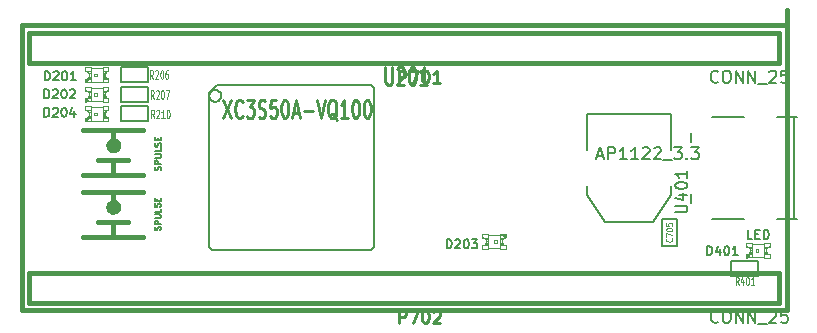
<source format=gto>
G04 (created by PCBNEW-RS274X (2012-01-19 BZR 3256)-stable) date Thu 07 Mar 2013 02:54:08 AM COT*
G01*
G70*
G90*
%MOIN*%
G04 Gerber Fmt 3.4, Leading zero omitted, Abs format*
%FSLAX34Y34*%
G04 APERTURE LIST*
%ADD10C,0.006000*%
%ADD11C,0.015000*%
%ADD12C,0.008000*%
%ADD13C,0.005000*%
%ADD14C,0.002600*%
%ADD15C,0.004000*%
%ADD16C,0.002000*%
%ADD17C,0.010000*%
%ADD18C,0.004500*%
%ADD19C,0.005200*%
G04 APERTURE END LIST*
G54D10*
G54D11*
X44250Y-31250D02*
X44500Y-31250D01*
X44250Y-21750D02*
X44250Y-31250D01*
X69750Y-21750D02*
X69750Y-22000D01*
X44250Y-21750D02*
X69750Y-21750D01*
X69750Y-31250D02*
X44250Y-31250D01*
X69750Y-21250D02*
X69750Y-31250D01*
G54D12*
X50900Y-24100D02*
X50896Y-24138D01*
X50884Y-24176D01*
X50866Y-24210D01*
X50841Y-24240D01*
X50811Y-24265D01*
X50777Y-24284D01*
X50740Y-24295D01*
X50701Y-24299D01*
X50663Y-24296D01*
X50626Y-24285D01*
X50591Y-24267D01*
X50561Y-24242D01*
X50535Y-24212D01*
X50517Y-24178D01*
X50505Y-24141D01*
X50501Y-24102D01*
X50504Y-24064D01*
X50515Y-24027D01*
X50532Y-23992D01*
X50557Y-23962D01*
X50586Y-23936D01*
X50620Y-23917D01*
X50658Y-23905D01*
X50696Y-23901D01*
X50734Y-23904D01*
X50772Y-23914D01*
X50807Y-23932D01*
X50837Y-23956D01*
X50863Y-23985D01*
X50882Y-24019D01*
X50895Y-24056D01*
X50899Y-24095D01*
X50900Y-24100D01*
X50750Y-23750D02*
X50500Y-24000D01*
X50600Y-29250D02*
X50500Y-29150D01*
X55900Y-29250D02*
X56000Y-29150D01*
X56000Y-23850D02*
X55900Y-23750D01*
X50500Y-24000D02*
X50500Y-29150D01*
X50600Y-29250D02*
X55900Y-29250D01*
X56000Y-29150D02*
X56000Y-23850D01*
X55900Y-23750D02*
X50750Y-23750D01*
G54D13*
X47550Y-23150D02*
X48450Y-23150D01*
X48450Y-23150D02*
X48450Y-23650D01*
X48450Y-23650D02*
X47550Y-23650D01*
X47550Y-23650D02*
X47550Y-23150D01*
X47550Y-23800D02*
X48450Y-23800D01*
X48450Y-23800D02*
X48450Y-24300D01*
X48450Y-24300D02*
X47550Y-24300D01*
X47550Y-24300D02*
X47550Y-23800D01*
X68800Y-30100D02*
X67900Y-30100D01*
X67900Y-30100D02*
X67900Y-29600D01*
X67900Y-29600D02*
X68800Y-29600D01*
X68800Y-29600D02*
X68800Y-30100D01*
G54D14*
X68604Y-29132D02*
X68604Y-29004D01*
X68604Y-29004D02*
X68407Y-29004D01*
X68407Y-29132D02*
X68407Y-29004D01*
X68604Y-29132D02*
X68407Y-29132D01*
X68604Y-29377D02*
X68604Y-29318D01*
X68604Y-29318D02*
X68505Y-29318D01*
X68505Y-29377D02*
X68505Y-29318D01*
X68604Y-29377D02*
X68505Y-29377D01*
X68604Y-29182D02*
X68604Y-29123D01*
X68604Y-29123D02*
X68505Y-29123D01*
X68505Y-29182D02*
X68505Y-29123D01*
X68604Y-29182D02*
X68505Y-29182D01*
X68604Y-29328D02*
X68604Y-29172D01*
X68604Y-29172D02*
X68535Y-29172D01*
X68535Y-29328D02*
X68535Y-29172D01*
X68604Y-29328D02*
X68535Y-29328D01*
X69193Y-29132D02*
X69193Y-29004D01*
X69193Y-29004D02*
X68996Y-29004D01*
X68996Y-29132D02*
X68996Y-29004D01*
X69193Y-29132D02*
X68996Y-29132D01*
X69193Y-29496D02*
X69193Y-29368D01*
X69193Y-29368D02*
X68996Y-29368D01*
X68996Y-29496D02*
X68996Y-29368D01*
X69193Y-29496D02*
X68996Y-29496D01*
X69095Y-29182D02*
X69095Y-29123D01*
X69095Y-29123D02*
X68996Y-29123D01*
X68996Y-29182D02*
X68996Y-29123D01*
X69095Y-29182D02*
X68996Y-29182D01*
X69095Y-29377D02*
X69095Y-29318D01*
X69095Y-29318D02*
X68996Y-29318D01*
X68996Y-29377D02*
X68996Y-29318D01*
X69095Y-29377D02*
X68996Y-29377D01*
X69065Y-29328D02*
X69065Y-29172D01*
X69065Y-29172D02*
X68996Y-29172D01*
X68996Y-29328D02*
X68996Y-29172D01*
X69065Y-29328D02*
X68996Y-29328D01*
X68800Y-29289D02*
X68800Y-29211D01*
X68800Y-29211D02*
X68722Y-29211D01*
X68722Y-29289D02*
X68722Y-29211D01*
X68800Y-29289D02*
X68722Y-29289D01*
X68604Y-29486D02*
X68604Y-29368D01*
X68604Y-29368D02*
X68486Y-29368D01*
X68486Y-29486D02*
X68486Y-29368D01*
X68604Y-29486D02*
X68486Y-29486D01*
X68436Y-29496D02*
X68436Y-29407D01*
X68436Y-29407D02*
X68407Y-29407D01*
X68407Y-29496D02*
X68407Y-29407D01*
X68436Y-29496D02*
X68407Y-29496D01*
G54D15*
X68594Y-29024D02*
X69006Y-29024D01*
X68996Y-29476D02*
X68436Y-29476D01*
G54D16*
X68494Y-29427D02*
X68493Y-29432D01*
X68491Y-29437D01*
X68489Y-29442D01*
X68485Y-29446D01*
X68481Y-29450D01*
X68476Y-29452D01*
X68471Y-29454D01*
X68466Y-29454D01*
X68461Y-29454D01*
X68456Y-29452D01*
X68451Y-29450D01*
X68447Y-29447D01*
X68443Y-29442D01*
X68441Y-29438D01*
X68439Y-29432D01*
X68439Y-29427D01*
X68439Y-29422D01*
X68440Y-29417D01*
X68443Y-29412D01*
X68446Y-29408D01*
X68451Y-29405D01*
X68455Y-29402D01*
X68460Y-29400D01*
X68466Y-29400D01*
X68470Y-29400D01*
X68476Y-29401D01*
X68481Y-29404D01*
X68485Y-29407D01*
X68488Y-29411D01*
X68491Y-29416D01*
X68493Y-29421D01*
X68493Y-29427D01*
X68494Y-29427D01*
G54D15*
X68407Y-29387D02*
X68418Y-29386D01*
X68430Y-29384D01*
X68442Y-29382D01*
X68453Y-29378D01*
X68464Y-29374D01*
X68475Y-29368D01*
X68485Y-29362D01*
X68495Y-29354D01*
X68503Y-29346D01*
X68511Y-29338D01*
X68519Y-29328D01*
X68525Y-29318D01*
X68531Y-29307D01*
X68535Y-29296D01*
X68539Y-29285D01*
X68541Y-29273D01*
X68543Y-29261D01*
X68544Y-29250D01*
X68543Y-29239D01*
X68541Y-29227D01*
X68539Y-29215D01*
X68535Y-29204D01*
X68531Y-29193D01*
X68525Y-29182D01*
X68519Y-29172D01*
X68511Y-29162D01*
X68503Y-29154D01*
X68495Y-29146D01*
X68485Y-29138D01*
X68475Y-29132D01*
X68464Y-29126D01*
X68453Y-29122D01*
X68442Y-29118D01*
X68430Y-29116D01*
X68418Y-29114D01*
X68407Y-29113D01*
X69193Y-29113D02*
X69182Y-29114D01*
X69170Y-29116D01*
X69158Y-29118D01*
X69147Y-29122D01*
X69136Y-29126D01*
X69125Y-29132D01*
X69115Y-29138D01*
X69105Y-29146D01*
X69097Y-29154D01*
X69089Y-29162D01*
X69081Y-29172D01*
X69075Y-29182D01*
X69069Y-29193D01*
X69065Y-29204D01*
X69061Y-29215D01*
X69059Y-29227D01*
X69057Y-29239D01*
X69056Y-29250D01*
X69057Y-29261D01*
X69059Y-29273D01*
X69061Y-29285D01*
X69065Y-29296D01*
X69069Y-29307D01*
X69075Y-29318D01*
X69081Y-29328D01*
X69089Y-29338D01*
X69097Y-29346D01*
X69105Y-29354D01*
X69115Y-29362D01*
X69125Y-29368D01*
X69136Y-29374D01*
X69147Y-29378D01*
X69158Y-29382D01*
X69170Y-29384D01*
X69182Y-29386D01*
X69193Y-29387D01*
G54D13*
X66552Y-27656D02*
X66552Y-27364D01*
X66564Y-25650D02*
X66564Y-25350D01*
X67260Y-28192D02*
X68320Y-28192D01*
X67260Y-24808D02*
X68320Y-24808D01*
X69996Y-28188D02*
X69996Y-24804D01*
X69420Y-28192D02*
X70080Y-28192D01*
X69420Y-24808D02*
X70080Y-24808D01*
G54D12*
X65900Y-25900D02*
X65900Y-24700D01*
X65900Y-24700D02*
X63100Y-24700D01*
X63100Y-24700D02*
X63100Y-25900D01*
X65900Y-27100D02*
X65900Y-27400D01*
X65900Y-27400D02*
X65300Y-28300D01*
X65300Y-28300D02*
X63700Y-28300D01*
X63700Y-28300D02*
X63100Y-27400D01*
X63100Y-27400D02*
X63100Y-27100D01*
G54D14*
X46554Y-23282D02*
X46554Y-23154D01*
X46554Y-23154D02*
X46357Y-23154D01*
X46357Y-23282D02*
X46357Y-23154D01*
X46554Y-23282D02*
X46357Y-23282D01*
X46554Y-23527D02*
X46554Y-23468D01*
X46554Y-23468D02*
X46455Y-23468D01*
X46455Y-23527D02*
X46455Y-23468D01*
X46554Y-23527D02*
X46455Y-23527D01*
X46554Y-23332D02*
X46554Y-23273D01*
X46554Y-23273D02*
X46455Y-23273D01*
X46455Y-23332D02*
X46455Y-23273D01*
X46554Y-23332D02*
X46455Y-23332D01*
X46554Y-23478D02*
X46554Y-23322D01*
X46554Y-23322D02*
X46485Y-23322D01*
X46485Y-23478D02*
X46485Y-23322D01*
X46554Y-23478D02*
X46485Y-23478D01*
X47143Y-23282D02*
X47143Y-23154D01*
X47143Y-23154D02*
X46946Y-23154D01*
X46946Y-23282D02*
X46946Y-23154D01*
X47143Y-23282D02*
X46946Y-23282D01*
X47143Y-23646D02*
X47143Y-23518D01*
X47143Y-23518D02*
X46946Y-23518D01*
X46946Y-23646D02*
X46946Y-23518D01*
X47143Y-23646D02*
X46946Y-23646D01*
X47045Y-23332D02*
X47045Y-23273D01*
X47045Y-23273D02*
X46946Y-23273D01*
X46946Y-23332D02*
X46946Y-23273D01*
X47045Y-23332D02*
X46946Y-23332D01*
X47045Y-23527D02*
X47045Y-23468D01*
X47045Y-23468D02*
X46946Y-23468D01*
X46946Y-23527D02*
X46946Y-23468D01*
X47045Y-23527D02*
X46946Y-23527D01*
X47015Y-23478D02*
X47015Y-23322D01*
X47015Y-23322D02*
X46946Y-23322D01*
X46946Y-23478D02*
X46946Y-23322D01*
X47015Y-23478D02*
X46946Y-23478D01*
X46750Y-23439D02*
X46750Y-23361D01*
X46750Y-23361D02*
X46672Y-23361D01*
X46672Y-23439D02*
X46672Y-23361D01*
X46750Y-23439D02*
X46672Y-23439D01*
X46554Y-23636D02*
X46554Y-23518D01*
X46554Y-23518D02*
X46436Y-23518D01*
X46436Y-23636D02*
X46436Y-23518D01*
X46554Y-23636D02*
X46436Y-23636D01*
X46386Y-23646D02*
X46386Y-23557D01*
X46386Y-23557D02*
X46357Y-23557D01*
X46357Y-23646D02*
X46357Y-23557D01*
X46386Y-23646D02*
X46357Y-23646D01*
G54D15*
X46544Y-23174D02*
X46956Y-23174D01*
X46946Y-23626D02*
X46386Y-23626D01*
G54D16*
X46444Y-23577D02*
X46443Y-23582D01*
X46441Y-23587D01*
X46439Y-23592D01*
X46435Y-23596D01*
X46431Y-23600D01*
X46426Y-23602D01*
X46421Y-23604D01*
X46416Y-23604D01*
X46411Y-23604D01*
X46406Y-23602D01*
X46401Y-23600D01*
X46397Y-23597D01*
X46393Y-23592D01*
X46391Y-23588D01*
X46389Y-23582D01*
X46389Y-23577D01*
X46389Y-23572D01*
X46390Y-23567D01*
X46393Y-23562D01*
X46396Y-23558D01*
X46401Y-23555D01*
X46405Y-23552D01*
X46410Y-23550D01*
X46416Y-23550D01*
X46420Y-23550D01*
X46426Y-23551D01*
X46431Y-23554D01*
X46435Y-23557D01*
X46438Y-23561D01*
X46441Y-23566D01*
X46443Y-23571D01*
X46443Y-23577D01*
X46444Y-23577D01*
G54D15*
X46357Y-23537D02*
X46368Y-23536D01*
X46380Y-23534D01*
X46392Y-23532D01*
X46403Y-23528D01*
X46414Y-23524D01*
X46425Y-23518D01*
X46435Y-23512D01*
X46445Y-23504D01*
X46453Y-23496D01*
X46461Y-23488D01*
X46469Y-23478D01*
X46475Y-23468D01*
X46481Y-23457D01*
X46485Y-23446D01*
X46489Y-23435D01*
X46491Y-23423D01*
X46493Y-23411D01*
X46494Y-23400D01*
X46493Y-23389D01*
X46491Y-23377D01*
X46489Y-23365D01*
X46485Y-23354D01*
X46481Y-23343D01*
X46475Y-23332D01*
X46469Y-23322D01*
X46461Y-23312D01*
X46453Y-23304D01*
X46445Y-23296D01*
X46435Y-23288D01*
X46425Y-23282D01*
X46414Y-23276D01*
X46403Y-23272D01*
X46392Y-23268D01*
X46380Y-23266D01*
X46368Y-23264D01*
X46357Y-23263D01*
X47143Y-23263D02*
X47132Y-23264D01*
X47120Y-23266D01*
X47108Y-23268D01*
X47097Y-23272D01*
X47086Y-23276D01*
X47075Y-23282D01*
X47065Y-23288D01*
X47055Y-23296D01*
X47047Y-23304D01*
X47039Y-23312D01*
X47031Y-23322D01*
X47025Y-23332D01*
X47019Y-23343D01*
X47015Y-23354D01*
X47011Y-23365D01*
X47009Y-23377D01*
X47007Y-23389D01*
X47006Y-23400D01*
X47007Y-23411D01*
X47009Y-23423D01*
X47011Y-23435D01*
X47015Y-23446D01*
X47019Y-23457D01*
X47025Y-23468D01*
X47031Y-23478D01*
X47039Y-23488D01*
X47047Y-23496D01*
X47055Y-23504D01*
X47065Y-23512D01*
X47075Y-23518D01*
X47086Y-23524D01*
X47097Y-23528D01*
X47108Y-23532D01*
X47120Y-23534D01*
X47132Y-23536D01*
X47143Y-23537D01*
G54D14*
X46554Y-23932D02*
X46554Y-23804D01*
X46554Y-23804D02*
X46357Y-23804D01*
X46357Y-23932D02*
X46357Y-23804D01*
X46554Y-23932D02*
X46357Y-23932D01*
X46554Y-24177D02*
X46554Y-24118D01*
X46554Y-24118D02*
X46455Y-24118D01*
X46455Y-24177D02*
X46455Y-24118D01*
X46554Y-24177D02*
X46455Y-24177D01*
X46554Y-23982D02*
X46554Y-23923D01*
X46554Y-23923D02*
X46455Y-23923D01*
X46455Y-23982D02*
X46455Y-23923D01*
X46554Y-23982D02*
X46455Y-23982D01*
X46554Y-24128D02*
X46554Y-23972D01*
X46554Y-23972D02*
X46485Y-23972D01*
X46485Y-24128D02*
X46485Y-23972D01*
X46554Y-24128D02*
X46485Y-24128D01*
X47143Y-23932D02*
X47143Y-23804D01*
X47143Y-23804D02*
X46946Y-23804D01*
X46946Y-23932D02*
X46946Y-23804D01*
X47143Y-23932D02*
X46946Y-23932D01*
X47143Y-24296D02*
X47143Y-24168D01*
X47143Y-24168D02*
X46946Y-24168D01*
X46946Y-24296D02*
X46946Y-24168D01*
X47143Y-24296D02*
X46946Y-24296D01*
X47045Y-23982D02*
X47045Y-23923D01*
X47045Y-23923D02*
X46946Y-23923D01*
X46946Y-23982D02*
X46946Y-23923D01*
X47045Y-23982D02*
X46946Y-23982D01*
X47045Y-24177D02*
X47045Y-24118D01*
X47045Y-24118D02*
X46946Y-24118D01*
X46946Y-24177D02*
X46946Y-24118D01*
X47045Y-24177D02*
X46946Y-24177D01*
X47015Y-24128D02*
X47015Y-23972D01*
X47015Y-23972D02*
X46946Y-23972D01*
X46946Y-24128D02*
X46946Y-23972D01*
X47015Y-24128D02*
X46946Y-24128D01*
X46750Y-24089D02*
X46750Y-24011D01*
X46750Y-24011D02*
X46672Y-24011D01*
X46672Y-24089D02*
X46672Y-24011D01*
X46750Y-24089D02*
X46672Y-24089D01*
X46554Y-24286D02*
X46554Y-24168D01*
X46554Y-24168D02*
X46436Y-24168D01*
X46436Y-24286D02*
X46436Y-24168D01*
X46554Y-24286D02*
X46436Y-24286D01*
X46386Y-24296D02*
X46386Y-24207D01*
X46386Y-24207D02*
X46357Y-24207D01*
X46357Y-24296D02*
X46357Y-24207D01*
X46386Y-24296D02*
X46357Y-24296D01*
G54D15*
X46544Y-23824D02*
X46956Y-23824D01*
X46946Y-24276D02*
X46386Y-24276D01*
G54D16*
X46444Y-24227D02*
X46443Y-24232D01*
X46441Y-24237D01*
X46439Y-24242D01*
X46435Y-24246D01*
X46431Y-24250D01*
X46426Y-24252D01*
X46421Y-24254D01*
X46416Y-24254D01*
X46411Y-24254D01*
X46406Y-24252D01*
X46401Y-24250D01*
X46397Y-24247D01*
X46393Y-24242D01*
X46391Y-24238D01*
X46389Y-24232D01*
X46389Y-24227D01*
X46389Y-24222D01*
X46390Y-24217D01*
X46393Y-24212D01*
X46396Y-24208D01*
X46401Y-24205D01*
X46405Y-24202D01*
X46410Y-24200D01*
X46416Y-24200D01*
X46420Y-24200D01*
X46426Y-24201D01*
X46431Y-24204D01*
X46435Y-24207D01*
X46438Y-24211D01*
X46441Y-24216D01*
X46443Y-24221D01*
X46443Y-24227D01*
X46444Y-24227D01*
G54D15*
X46357Y-24187D02*
X46368Y-24186D01*
X46380Y-24184D01*
X46392Y-24182D01*
X46403Y-24178D01*
X46414Y-24174D01*
X46425Y-24168D01*
X46435Y-24162D01*
X46445Y-24154D01*
X46453Y-24146D01*
X46461Y-24138D01*
X46469Y-24128D01*
X46475Y-24118D01*
X46481Y-24107D01*
X46485Y-24096D01*
X46489Y-24085D01*
X46491Y-24073D01*
X46493Y-24061D01*
X46494Y-24050D01*
X46493Y-24039D01*
X46491Y-24027D01*
X46489Y-24015D01*
X46485Y-24004D01*
X46481Y-23993D01*
X46475Y-23982D01*
X46469Y-23972D01*
X46461Y-23962D01*
X46453Y-23954D01*
X46445Y-23946D01*
X46435Y-23938D01*
X46425Y-23932D01*
X46414Y-23926D01*
X46403Y-23922D01*
X46392Y-23918D01*
X46380Y-23916D01*
X46368Y-23914D01*
X46357Y-23913D01*
X47143Y-23913D02*
X47132Y-23914D01*
X47120Y-23916D01*
X47108Y-23918D01*
X47097Y-23922D01*
X47086Y-23926D01*
X47075Y-23932D01*
X47065Y-23938D01*
X47055Y-23946D01*
X47047Y-23954D01*
X47039Y-23962D01*
X47031Y-23972D01*
X47025Y-23982D01*
X47019Y-23993D01*
X47015Y-24004D01*
X47011Y-24015D01*
X47009Y-24027D01*
X47007Y-24039D01*
X47006Y-24050D01*
X47007Y-24061D01*
X47009Y-24073D01*
X47011Y-24085D01*
X47015Y-24096D01*
X47019Y-24107D01*
X47025Y-24118D01*
X47031Y-24128D01*
X47039Y-24138D01*
X47047Y-24146D01*
X47055Y-24154D01*
X47065Y-24162D01*
X47075Y-24168D01*
X47086Y-24174D01*
X47097Y-24178D01*
X47108Y-24182D01*
X47120Y-24184D01*
X47132Y-24186D01*
X47143Y-24187D01*
G54D14*
X60196Y-29068D02*
X60196Y-29196D01*
X60196Y-29196D02*
X60393Y-29196D01*
X60393Y-29068D02*
X60393Y-29196D01*
X60196Y-29068D02*
X60393Y-29068D01*
X60196Y-28823D02*
X60196Y-28882D01*
X60196Y-28882D02*
X60295Y-28882D01*
X60295Y-28823D02*
X60295Y-28882D01*
X60196Y-28823D02*
X60295Y-28823D01*
X60196Y-29018D02*
X60196Y-29077D01*
X60196Y-29077D02*
X60295Y-29077D01*
X60295Y-29018D02*
X60295Y-29077D01*
X60196Y-29018D02*
X60295Y-29018D01*
X60196Y-28872D02*
X60196Y-29028D01*
X60196Y-29028D02*
X60265Y-29028D01*
X60265Y-28872D02*
X60265Y-29028D01*
X60196Y-28872D02*
X60265Y-28872D01*
X59607Y-29068D02*
X59607Y-29196D01*
X59607Y-29196D02*
X59804Y-29196D01*
X59804Y-29068D02*
X59804Y-29196D01*
X59607Y-29068D02*
X59804Y-29068D01*
X59607Y-28704D02*
X59607Y-28832D01*
X59607Y-28832D02*
X59804Y-28832D01*
X59804Y-28704D02*
X59804Y-28832D01*
X59607Y-28704D02*
X59804Y-28704D01*
X59705Y-29018D02*
X59705Y-29077D01*
X59705Y-29077D02*
X59804Y-29077D01*
X59804Y-29018D02*
X59804Y-29077D01*
X59705Y-29018D02*
X59804Y-29018D01*
X59705Y-28823D02*
X59705Y-28882D01*
X59705Y-28882D02*
X59804Y-28882D01*
X59804Y-28823D02*
X59804Y-28882D01*
X59705Y-28823D02*
X59804Y-28823D01*
X59735Y-28872D02*
X59735Y-29028D01*
X59735Y-29028D02*
X59804Y-29028D01*
X59804Y-28872D02*
X59804Y-29028D01*
X59735Y-28872D02*
X59804Y-28872D01*
X60000Y-28911D02*
X60000Y-28989D01*
X60000Y-28989D02*
X60078Y-28989D01*
X60078Y-28911D02*
X60078Y-28989D01*
X60000Y-28911D02*
X60078Y-28911D01*
X60196Y-28714D02*
X60196Y-28832D01*
X60196Y-28832D02*
X60314Y-28832D01*
X60314Y-28714D02*
X60314Y-28832D01*
X60196Y-28714D02*
X60314Y-28714D01*
X60364Y-28704D02*
X60364Y-28793D01*
X60364Y-28793D02*
X60393Y-28793D01*
X60393Y-28704D02*
X60393Y-28793D01*
X60364Y-28704D02*
X60393Y-28704D01*
G54D15*
X60206Y-29176D02*
X59794Y-29176D01*
X59804Y-28724D02*
X60364Y-28724D01*
G54D16*
X60362Y-28773D02*
X60361Y-28778D01*
X60359Y-28783D01*
X60357Y-28788D01*
X60353Y-28792D01*
X60349Y-28796D01*
X60344Y-28798D01*
X60339Y-28800D01*
X60334Y-28800D01*
X60329Y-28800D01*
X60324Y-28798D01*
X60319Y-28796D01*
X60315Y-28793D01*
X60311Y-28788D01*
X60309Y-28784D01*
X60307Y-28778D01*
X60307Y-28773D01*
X60307Y-28768D01*
X60308Y-28763D01*
X60311Y-28758D01*
X60314Y-28754D01*
X60319Y-28751D01*
X60323Y-28748D01*
X60328Y-28746D01*
X60334Y-28746D01*
X60338Y-28746D01*
X60344Y-28747D01*
X60349Y-28750D01*
X60353Y-28753D01*
X60356Y-28757D01*
X60359Y-28762D01*
X60361Y-28767D01*
X60361Y-28773D01*
X60362Y-28773D01*
G54D15*
X60393Y-28813D02*
X60382Y-28814D01*
X60370Y-28816D01*
X60358Y-28818D01*
X60347Y-28822D01*
X60336Y-28826D01*
X60325Y-28832D01*
X60315Y-28838D01*
X60305Y-28846D01*
X60297Y-28854D01*
X60289Y-28862D01*
X60281Y-28872D01*
X60275Y-28882D01*
X60269Y-28893D01*
X60265Y-28904D01*
X60261Y-28915D01*
X60259Y-28927D01*
X60257Y-28939D01*
X60256Y-28950D01*
X60257Y-28961D01*
X60259Y-28973D01*
X60261Y-28985D01*
X60265Y-28996D01*
X60269Y-29007D01*
X60275Y-29018D01*
X60281Y-29028D01*
X60289Y-29038D01*
X60297Y-29046D01*
X60305Y-29054D01*
X60315Y-29062D01*
X60325Y-29068D01*
X60336Y-29074D01*
X60347Y-29078D01*
X60358Y-29082D01*
X60370Y-29084D01*
X60382Y-29086D01*
X60393Y-29087D01*
X59607Y-29087D02*
X59618Y-29086D01*
X59630Y-29084D01*
X59642Y-29082D01*
X59653Y-29078D01*
X59664Y-29074D01*
X59675Y-29068D01*
X59685Y-29062D01*
X59695Y-29054D01*
X59703Y-29046D01*
X59711Y-29038D01*
X59719Y-29028D01*
X59725Y-29018D01*
X59731Y-29007D01*
X59735Y-28996D01*
X59739Y-28985D01*
X59741Y-28973D01*
X59743Y-28961D01*
X59744Y-28950D01*
X59743Y-28939D01*
X59741Y-28927D01*
X59739Y-28915D01*
X59735Y-28904D01*
X59731Y-28893D01*
X59725Y-28882D01*
X59719Y-28872D01*
X59711Y-28862D01*
X59703Y-28854D01*
X59695Y-28846D01*
X59685Y-28838D01*
X59675Y-28832D01*
X59664Y-28826D01*
X59653Y-28822D01*
X59642Y-28818D01*
X59630Y-28816D01*
X59618Y-28814D01*
X59607Y-28813D01*
G54D13*
X47550Y-24450D02*
X48450Y-24450D01*
X48450Y-24450D02*
X48450Y-24950D01*
X48450Y-24950D02*
X47550Y-24950D01*
X47550Y-24950D02*
X47550Y-24450D01*
G54D14*
X46554Y-24582D02*
X46554Y-24454D01*
X46554Y-24454D02*
X46357Y-24454D01*
X46357Y-24582D02*
X46357Y-24454D01*
X46554Y-24582D02*
X46357Y-24582D01*
X46554Y-24827D02*
X46554Y-24768D01*
X46554Y-24768D02*
X46455Y-24768D01*
X46455Y-24827D02*
X46455Y-24768D01*
X46554Y-24827D02*
X46455Y-24827D01*
X46554Y-24632D02*
X46554Y-24573D01*
X46554Y-24573D02*
X46455Y-24573D01*
X46455Y-24632D02*
X46455Y-24573D01*
X46554Y-24632D02*
X46455Y-24632D01*
X46554Y-24778D02*
X46554Y-24622D01*
X46554Y-24622D02*
X46485Y-24622D01*
X46485Y-24778D02*
X46485Y-24622D01*
X46554Y-24778D02*
X46485Y-24778D01*
X47143Y-24582D02*
X47143Y-24454D01*
X47143Y-24454D02*
X46946Y-24454D01*
X46946Y-24582D02*
X46946Y-24454D01*
X47143Y-24582D02*
X46946Y-24582D01*
X47143Y-24946D02*
X47143Y-24818D01*
X47143Y-24818D02*
X46946Y-24818D01*
X46946Y-24946D02*
X46946Y-24818D01*
X47143Y-24946D02*
X46946Y-24946D01*
X47045Y-24632D02*
X47045Y-24573D01*
X47045Y-24573D02*
X46946Y-24573D01*
X46946Y-24632D02*
X46946Y-24573D01*
X47045Y-24632D02*
X46946Y-24632D01*
X47045Y-24827D02*
X47045Y-24768D01*
X47045Y-24768D02*
X46946Y-24768D01*
X46946Y-24827D02*
X46946Y-24768D01*
X47045Y-24827D02*
X46946Y-24827D01*
X47015Y-24778D02*
X47015Y-24622D01*
X47015Y-24622D02*
X46946Y-24622D01*
X46946Y-24778D02*
X46946Y-24622D01*
X47015Y-24778D02*
X46946Y-24778D01*
X46750Y-24739D02*
X46750Y-24661D01*
X46750Y-24661D02*
X46672Y-24661D01*
X46672Y-24739D02*
X46672Y-24661D01*
X46750Y-24739D02*
X46672Y-24739D01*
X46554Y-24936D02*
X46554Y-24818D01*
X46554Y-24818D02*
X46436Y-24818D01*
X46436Y-24936D02*
X46436Y-24818D01*
X46554Y-24936D02*
X46436Y-24936D01*
X46386Y-24946D02*
X46386Y-24857D01*
X46386Y-24857D02*
X46357Y-24857D01*
X46357Y-24946D02*
X46357Y-24857D01*
X46386Y-24946D02*
X46357Y-24946D01*
G54D15*
X46544Y-24474D02*
X46956Y-24474D01*
X46946Y-24926D02*
X46386Y-24926D01*
G54D16*
X46444Y-24877D02*
X46443Y-24882D01*
X46441Y-24887D01*
X46439Y-24892D01*
X46435Y-24896D01*
X46431Y-24900D01*
X46426Y-24902D01*
X46421Y-24904D01*
X46416Y-24904D01*
X46411Y-24904D01*
X46406Y-24902D01*
X46401Y-24900D01*
X46397Y-24897D01*
X46393Y-24892D01*
X46391Y-24888D01*
X46389Y-24882D01*
X46389Y-24877D01*
X46389Y-24872D01*
X46390Y-24867D01*
X46393Y-24862D01*
X46396Y-24858D01*
X46401Y-24855D01*
X46405Y-24852D01*
X46410Y-24850D01*
X46416Y-24850D01*
X46420Y-24850D01*
X46426Y-24851D01*
X46431Y-24854D01*
X46435Y-24857D01*
X46438Y-24861D01*
X46441Y-24866D01*
X46443Y-24871D01*
X46443Y-24877D01*
X46444Y-24877D01*
G54D15*
X46357Y-24837D02*
X46368Y-24836D01*
X46380Y-24834D01*
X46392Y-24832D01*
X46403Y-24828D01*
X46414Y-24824D01*
X46425Y-24818D01*
X46435Y-24812D01*
X46445Y-24804D01*
X46453Y-24796D01*
X46461Y-24788D01*
X46469Y-24778D01*
X46475Y-24768D01*
X46481Y-24757D01*
X46485Y-24746D01*
X46489Y-24735D01*
X46491Y-24723D01*
X46493Y-24711D01*
X46494Y-24700D01*
X46493Y-24689D01*
X46491Y-24677D01*
X46489Y-24665D01*
X46485Y-24654D01*
X46481Y-24643D01*
X46475Y-24632D01*
X46469Y-24622D01*
X46461Y-24612D01*
X46453Y-24604D01*
X46445Y-24596D01*
X46435Y-24588D01*
X46425Y-24582D01*
X46414Y-24576D01*
X46403Y-24572D01*
X46392Y-24568D01*
X46380Y-24566D01*
X46368Y-24564D01*
X46357Y-24563D01*
X47143Y-24563D02*
X47132Y-24564D01*
X47120Y-24566D01*
X47108Y-24568D01*
X47097Y-24572D01*
X47086Y-24576D01*
X47075Y-24582D01*
X47065Y-24588D01*
X47055Y-24596D01*
X47047Y-24604D01*
X47039Y-24612D01*
X47031Y-24622D01*
X47025Y-24632D01*
X47019Y-24643D01*
X47015Y-24654D01*
X47011Y-24665D01*
X47009Y-24677D01*
X47007Y-24689D01*
X47006Y-24700D01*
X47007Y-24711D01*
X47009Y-24723D01*
X47011Y-24735D01*
X47015Y-24746D01*
X47019Y-24757D01*
X47025Y-24768D01*
X47031Y-24778D01*
X47039Y-24788D01*
X47047Y-24796D01*
X47055Y-24804D01*
X47065Y-24812D01*
X47075Y-24818D01*
X47086Y-24824D01*
X47097Y-24828D01*
X47108Y-24832D01*
X47120Y-24834D01*
X47132Y-24836D01*
X47143Y-24837D01*
G54D11*
X47458Y-25750D02*
X47454Y-25780D01*
X47446Y-25810D01*
X47431Y-25837D01*
X47412Y-25861D01*
X47388Y-25880D01*
X47361Y-25895D01*
X47331Y-25904D01*
X47301Y-25907D01*
X47271Y-25905D01*
X47241Y-25896D01*
X47214Y-25882D01*
X47190Y-25862D01*
X47170Y-25839D01*
X47155Y-25812D01*
X47146Y-25782D01*
X47143Y-25752D01*
X47145Y-25722D01*
X47154Y-25692D01*
X47168Y-25665D01*
X47187Y-25641D01*
X47210Y-25621D01*
X47237Y-25606D01*
X47267Y-25596D01*
X47297Y-25593D01*
X47327Y-25595D01*
X47357Y-25603D01*
X47384Y-25617D01*
X47408Y-25636D01*
X47429Y-25659D01*
X47444Y-25686D01*
X47454Y-25715D01*
X47457Y-25746D01*
X47458Y-25750D01*
X46800Y-26250D02*
X47800Y-26250D01*
X47300Y-25250D02*
X47300Y-25750D01*
X47300Y-26750D02*
X47300Y-26250D01*
X46300Y-25250D02*
X48300Y-25250D01*
X46300Y-26750D02*
X48300Y-26750D01*
X47458Y-27800D02*
X47454Y-27830D01*
X47446Y-27860D01*
X47431Y-27887D01*
X47412Y-27911D01*
X47388Y-27930D01*
X47361Y-27945D01*
X47331Y-27954D01*
X47301Y-27957D01*
X47271Y-27955D01*
X47241Y-27946D01*
X47214Y-27932D01*
X47190Y-27912D01*
X47170Y-27889D01*
X47155Y-27862D01*
X47146Y-27832D01*
X47143Y-27802D01*
X47145Y-27772D01*
X47154Y-27742D01*
X47168Y-27715D01*
X47187Y-27691D01*
X47210Y-27671D01*
X47237Y-27656D01*
X47267Y-27646D01*
X47297Y-27643D01*
X47327Y-27645D01*
X47357Y-27653D01*
X47384Y-27667D01*
X47408Y-27686D01*
X47429Y-27709D01*
X47444Y-27736D01*
X47454Y-27765D01*
X47457Y-27796D01*
X47458Y-27800D01*
X46800Y-28300D02*
X47800Y-28300D01*
X47300Y-27300D02*
X47300Y-27800D01*
X47300Y-28800D02*
X47300Y-28300D01*
X46300Y-27300D02*
X48300Y-27300D01*
X46300Y-28800D02*
X48300Y-28800D01*
G54D13*
X65600Y-29100D02*
X65600Y-28200D01*
X65600Y-28200D02*
X66100Y-28200D01*
X66100Y-28200D02*
X66100Y-29100D01*
X66100Y-29100D02*
X65600Y-29100D01*
G54D11*
X69500Y-23000D02*
X44500Y-23000D01*
X44500Y-23000D02*
X44500Y-22000D01*
X44500Y-22000D02*
X69500Y-22000D01*
X69500Y-22000D02*
X69500Y-23000D01*
X69500Y-31000D02*
X44500Y-31000D01*
X44500Y-31000D02*
X44500Y-30000D01*
X44500Y-30000D02*
X69500Y-30000D01*
X69500Y-30000D02*
X69500Y-31000D01*
G54D17*
X56374Y-23143D02*
X56374Y-23629D01*
X56393Y-23686D01*
X56412Y-23714D01*
X56450Y-23743D01*
X56527Y-23743D01*
X56565Y-23714D01*
X56584Y-23686D01*
X56603Y-23629D01*
X56603Y-23143D01*
X56774Y-23200D02*
X56793Y-23171D01*
X56831Y-23143D01*
X56927Y-23143D01*
X56965Y-23171D01*
X56984Y-23200D01*
X57003Y-23257D01*
X57003Y-23314D01*
X56984Y-23400D01*
X56755Y-23743D01*
X57003Y-23743D01*
X57250Y-23143D02*
X57289Y-23143D01*
X57327Y-23171D01*
X57346Y-23200D01*
X57365Y-23257D01*
X57384Y-23371D01*
X57384Y-23514D01*
X57365Y-23629D01*
X57346Y-23686D01*
X57327Y-23714D01*
X57289Y-23743D01*
X57250Y-23743D01*
X57212Y-23714D01*
X57193Y-23686D01*
X57174Y-23629D01*
X57155Y-23514D01*
X57155Y-23371D01*
X57174Y-23257D01*
X57193Y-23200D01*
X57212Y-23171D01*
X57250Y-23143D01*
X57765Y-23743D02*
X57536Y-23743D01*
X57650Y-23743D02*
X57650Y-23143D01*
X57612Y-23229D01*
X57574Y-23286D01*
X57536Y-23314D01*
X50963Y-24233D02*
X51230Y-24833D01*
X51230Y-24233D02*
X50963Y-24833D01*
X51611Y-24776D02*
X51592Y-24804D01*
X51535Y-24833D01*
X51497Y-24833D01*
X51439Y-24804D01*
X51401Y-24747D01*
X51382Y-24690D01*
X51363Y-24576D01*
X51363Y-24490D01*
X51382Y-24376D01*
X51401Y-24319D01*
X51439Y-24261D01*
X51497Y-24233D01*
X51535Y-24233D01*
X51592Y-24261D01*
X51611Y-24290D01*
X51744Y-24233D02*
X51992Y-24233D01*
X51858Y-24461D01*
X51916Y-24461D01*
X51954Y-24490D01*
X51973Y-24519D01*
X51992Y-24576D01*
X51992Y-24719D01*
X51973Y-24776D01*
X51954Y-24804D01*
X51916Y-24833D01*
X51801Y-24833D01*
X51763Y-24804D01*
X51744Y-24776D01*
X52144Y-24804D02*
X52201Y-24833D01*
X52297Y-24833D01*
X52335Y-24804D01*
X52354Y-24776D01*
X52373Y-24719D01*
X52373Y-24661D01*
X52354Y-24604D01*
X52335Y-24576D01*
X52297Y-24547D01*
X52220Y-24519D01*
X52182Y-24490D01*
X52163Y-24461D01*
X52144Y-24404D01*
X52144Y-24347D01*
X52163Y-24290D01*
X52182Y-24261D01*
X52220Y-24233D01*
X52316Y-24233D01*
X52373Y-24261D01*
X52735Y-24233D02*
X52544Y-24233D01*
X52525Y-24519D01*
X52544Y-24490D01*
X52582Y-24461D01*
X52678Y-24461D01*
X52716Y-24490D01*
X52735Y-24519D01*
X52754Y-24576D01*
X52754Y-24719D01*
X52735Y-24776D01*
X52716Y-24804D01*
X52678Y-24833D01*
X52582Y-24833D01*
X52544Y-24804D01*
X52525Y-24776D01*
X53001Y-24233D02*
X53040Y-24233D01*
X53078Y-24261D01*
X53097Y-24290D01*
X53116Y-24347D01*
X53135Y-24461D01*
X53135Y-24604D01*
X53116Y-24719D01*
X53097Y-24776D01*
X53078Y-24804D01*
X53040Y-24833D01*
X53001Y-24833D01*
X52963Y-24804D01*
X52944Y-24776D01*
X52925Y-24719D01*
X52906Y-24604D01*
X52906Y-24461D01*
X52925Y-24347D01*
X52944Y-24290D01*
X52963Y-24261D01*
X53001Y-24233D01*
X53287Y-24661D02*
X53478Y-24661D01*
X53249Y-24833D02*
X53382Y-24233D01*
X53516Y-24833D01*
X53649Y-24604D02*
X53954Y-24604D01*
X54087Y-24233D02*
X54220Y-24833D01*
X54354Y-24233D01*
X54754Y-24890D02*
X54716Y-24861D01*
X54678Y-24804D01*
X54621Y-24719D01*
X54582Y-24690D01*
X54544Y-24690D01*
X54563Y-24833D02*
X54525Y-24804D01*
X54487Y-24747D01*
X54468Y-24633D01*
X54468Y-24433D01*
X54487Y-24319D01*
X54525Y-24261D01*
X54563Y-24233D01*
X54640Y-24233D01*
X54678Y-24261D01*
X54716Y-24319D01*
X54735Y-24433D01*
X54735Y-24633D01*
X54716Y-24747D01*
X54678Y-24804D01*
X54640Y-24833D01*
X54563Y-24833D01*
X55116Y-24833D02*
X54887Y-24833D01*
X55001Y-24833D02*
X55001Y-24233D01*
X54963Y-24319D01*
X54925Y-24376D01*
X54887Y-24404D01*
X55363Y-24233D02*
X55402Y-24233D01*
X55440Y-24261D01*
X55459Y-24290D01*
X55478Y-24347D01*
X55497Y-24461D01*
X55497Y-24604D01*
X55478Y-24719D01*
X55459Y-24776D01*
X55440Y-24804D01*
X55402Y-24833D01*
X55363Y-24833D01*
X55325Y-24804D01*
X55306Y-24776D01*
X55287Y-24719D01*
X55268Y-24604D01*
X55268Y-24461D01*
X55287Y-24347D01*
X55306Y-24290D01*
X55325Y-24261D01*
X55363Y-24233D01*
X55744Y-24233D02*
X55783Y-24233D01*
X55821Y-24261D01*
X55840Y-24290D01*
X55859Y-24347D01*
X55878Y-24461D01*
X55878Y-24604D01*
X55859Y-24719D01*
X55840Y-24776D01*
X55821Y-24804D01*
X55783Y-24833D01*
X55744Y-24833D01*
X55706Y-24804D01*
X55687Y-24776D01*
X55668Y-24719D01*
X55649Y-24604D01*
X55649Y-24461D01*
X55668Y-24347D01*
X55687Y-24290D01*
X55706Y-24261D01*
X55744Y-24233D01*
G54D18*
X48630Y-23533D02*
X48570Y-23400D01*
X48527Y-23533D02*
X48527Y-23253D01*
X48595Y-23253D01*
X48613Y-23267D01*
X48621Y-23280D01*
X48630Y-23307D01*
X48630Y-23347D01*
X48621Y-23373D01*
X48613Y-23387D01*
X48595Y-23400D01*
X48527Y-23400D01*
X48698Y-23280D02*
X48707Y-23267D01*
X48724Y-23253D01*
X48767Y-23253D01*
X48784Y-23267D01*
X48793Y-23280D01*
X48801Y-23307D01*
X48801Y-23333D01*
X48793Y-23373D01*
X48690Y-23533D01*
X48801Y-23533D01*
X48912Y-23253D02*
X48929Y-23253D01*
X48946Y-23267D01*
X48955Y-23280D01*
X48964Y-23307D01*
X48972Y-23360D01*
X48972Y-23427D01*
X48964Y-23480D01*
X48955Y-23507D01*
X48946Y-23520D01*
X48929Y-23533D01*
X48912Y-23533D01*
X48895Y-23520D01*
X48886Y-23507D01*
X48878Y-23480D01*
X48869Y-23427D01*
X48869Y-23360D01*
X48878Y-23307D01*
X48886Y-23280D01*
X48895Y-23267D01*
X48912Y-23253D01*
X49126Y-23253D02*
X49092Y-23253D01*
X49075Y-23267D01*
X49066Y-23280D01*
X49049Y-23320D01*
X49040Y-23373D01*
X49040Y-23480D01*
X49049Y-23507D01*
X49057Y-23520D01*
X49075Y-23533D01*
X49109Y-23533D01*
X49126Y-23520D01*
X49135Y-23507D01*
X49143Y-23480D01*
X49143Y-23413D01*
X49135Y-23387D01*
X49126Y-23373D01*
X49109Y-23360D01*
X49075Y-23360D01*
X49057Y-23373D01*
X49049Y-23387D01*
X49040Y-23413D01*
X48650Y-24193D02*
X48590Y-24060D01*
X48547Y-24193D02*
X48547Y-23913D01*
X48615Y-23913D01*
X48633Y-23927D01*
X48641Y-23940D01*
X48650Y-23967D01*
X48650Y-24007D01*
X48641Y-24033D01*
X48633Y-24047D01*
X48615Y-24060D01*
X48547Y-24060D01*
X48718Y-23940D02*
X48727Y-23927D01*
X48744Y-23913D01*
X48787Y-23913D01*
X48804Y-23927D01*
X48813Y-23940D01*
X48821Y-23967D01*
X48821Y-23993D01*
X48813Y-24033D01*
X48710Y-24193D01*
X48821Y-24193D01*
X48932Y-23913D02*
X48949Y-23913D01*
X48966Y-23927D01*
X48975Y-23940D01*
X48984Y-23967D01*
X48992Y-24020D01*
X48992Y-24087D01*
X48984Y-24140D01*
X48975Y-24167D01*
X48966Y-24180D01*
X48949Y-24193D01*
X48932Y-24193D01*
X48915Y-24180D01*
X48906Y-24167D01*
X48898Y-24140D01*
X48889Y-24087D01*
X48889Y-24020D01*
X48898Y-23967D01*
X48906Y-23940D01*
X48915Y-23927D01*
X48932Y-23913D01*
X49052Y-23913D02*
X49172Y-23913D01*
X49095Y-24193D01*
X68150Y-30413D02*
X68090Y-30280D01*
X68047Y-30413D02*
X68047Y-30133D01*
X68115Y-30133D01*
X68133Y-30147D01*
X68141Y-30160D01*
X68150Y-30187D01*
X68150Y-30227D01*
X68141Y-30253D01*
X68133Y-30267D01*
X68115Y-30280D01*
X68047Y-30280D01*
X68304Y-30227D02*
X68304Y-30413D01*
X68261Y-30120D02*
X68218Y-30320D01*
X68330Y-30320D01*
X68432Y-30133D02*
X68449Y-30133D01*
X68466Y-30147D01*
X68475Y-30160D01*
X68484Y-30187D01*
X68492Y-30240D01*
X68492Y-30307D01*
X68484Y-30360D01*
X68475Y-30387D01*
X68466Y-30400D01*
X68449Y-30413D01*
X68432Y-30413D01*
X68415Y-30400D01*
X68406Y-30387D01*
X68398Y-30360D01*
X68389Y-30307D01*
X68389Y-30240D01*
X68398Y-30187D01*
X68406Y-30160D01*
X68415Y-30147D01*
X68432Y-30133D01*
X68663Y-30413D02*
X68560Y-30413D01*
X68612Y-30413D02*
X68612Y-30133D01*
X68595Y-30173D01*
X68577Y-30200D01*
X68560Y-30213D01*
G54D13*
X67092Y-29411D02*
X67092Y-29111D01*
X67164Y-29111D01*
X67207Y-29126D01*
X67235Y-29154D01*
X67250Y-29183D01*
X67264Y-29240D01*
X67264Y-29283D01*
X67250Y-29340D01*
X67235Y-29369D01*
X67207Y-29397D01*
X67164Y-29411D01*
X67092Y-29411D01*
X67521Y-29211D02*
X67521Y-29411D01*
X67450Y-29097D02*
X67378Y-29311D01*
X67564Y-29311D01*
X67736Y-29111D02*
X67764Y-29111D01*
X67793Y-29126D01*
X67807Y-29140D01*
X67821Y-29169D01*
X67836Y-29226D01*
X67836Y-29297D01*
X67821Y-29354D01*
X67807Y-29383D01*
X67793Y-29397D01*
X67764Y-29411D01*
X67736Y-29411D01*
X67707Y-29397D01*
X67693Y-29383D01*
X67678Y-29354D01*
X67664Y-29297D01*
X67664Y-29226D01*
X67678Y-29169D01*
X67693Y-29140D01*
X67707Y-29126D01*
X67736Y-29111D01*
X68122Y-29411D02*
X67950Y-29411D01*
X68036Y-29411D02*
X68036Y-29111D01*
X68007Y-29154D01*
X67979Y-29183D01*
X67950Y-29197D01*
X68607Y-28871D02*
X68464Y-28871D01*
X68464Y-28571D01*
X68707Y-28714D02*
X68807Y-28714D01*
X68850Y-28871D02*
X68707Y-28871D01*
X68707Y-28571D01*
X68850Y-28571D01*
X68978Y-28871D02*
X68978Y-28571D01*
X69050Y-28571D01*
X69093Y-28586D01*
X69121Y-28614D01*
X69136Y-28643D01*
X69150Y-28700D01*
X69150Y-28743D01*
X69136Y-28800D01*
X69121Y-28829D01*
X69093Y-28857D01*
X69050Y-28871D01*
X68978Y-28871D01*
G54D12*
X66032Y-27986D02*
X66356Y-27986D01*
X66394Y-27967D01*
X66413Y-27948D01*
X66432Y-27910D01*
X66432Y-27833D01*
X66413Y-27795D01*
X66394Y-27776D01*
X66356Y-27757D01*
X66032Y-27757D01*
X66165Y-27395D02*
X66432Y-27395D01*
X66013Y-27491D02*
X66299Y-27586D01*
X66299Y-27338D01*
X66032Y-27110D02*
X66032Y-27071D01*
X66051Y-27033D01*
X66070Y-27014D01*
X66108Y-26995D01*
X66184Y-26976D01*
X66280Y-26976D01*
X66356Y-26995D01*
X66394Y-27014D01*
X66413Y-27033D01*
X66432Y-27071D01*
X66432Y-27110D01*
X66413Y-27148D01*
X66394Y-27167D01*
X66356Y-27186D01*
X66280Y-27205D01*
X66184Y-27205D01*
X66108Y-27186D01*
X66070Y-27167D01*
X66051Y-27148D01*
X66032Y-27110D01*
X66432Y-26595D02*
X66432Y-26824D01*
X66432Y-26710D02*
X66032Y-26710D01*
X66089Y-26748D01*
X66127Y-26786D01*
X66146Y-26824D01*
X63444Y-26098D02*
X63635Y-26098D01*
X63406Y-26212D02*
X63539Y-25812D01*
X63673Y-26212D01*
X63806Y-26212D02*
X63806Y-25812D01*
X63959Y-25812D01*
X63997Y-25831D01*
X64016Y-25850D01*
X64035Y-25888D01*
X64035Y-25945D01*
X64016Y-25983D01*
X63997Y-26002D01*
X63959Y-26021D01*
X63806Y-26021D01*
X64416Y-26212D02*
X64187Y-26212D01*
X64301Y-26212D02*
X64301Y-25812D01*
X64263Y-25869D01*
X64225Y-25907D01*
X64187Y-25926D01*
X64797Y-26212D02*
X64568Y-26212D01*
X64682Y-26212D02*
X64682Y-25812D01*
X64644Y-25869D01*
X64606Y-25907D01*
X64568Y-25926D01*
X64949Y-25850D02*
X64968Y-25831D01*
X65006Y-25812D01*
X65102Y-25812D01*
X65140Y-25831D01*
X65159Y-25850D01*
X65178Y-25888D01*
X65178Y-25926D01*
X65159Y-25983D01*
X64930Y-26212D01*
X65178Y-26212D01*
X65330Y-25850D02*
X65349Y-25831D01*
X65387Y-25812D01*
X65483Y-25812D01*
X65521Y-25831D01*
X65540Y-25850D01*
X65559Y-25888D01*
X65559Y-25926D01*
X65540Y-25983D01*
X65311Y-26212D01*
X65559Y-26212D01*
X65635Y-26250D02*
X65940Y-26250D01*
X65997Y-25812D02*
X66245Y-25812D01*
X66111Y-25964D01*
X66169Y-25964D01*
X66207Y-25983D01*
X66226Y-26002D01*
X66245Y-26040D01*
X66245Y-26136D01*
X66226Y-26174D01*
X66207Y-26193D01*
X66169Y-26212D01*
X66054Y-26212D01*
X66016Y-26193D01*
X65997Y-26174D01*
X66416Y-26174D02*
X66435Y-26193D01*
X66416Y-26212D01*
X66397Y-26193D01*
X66416Y-26174D01*
X66416Y-26212D01*
X66568Y-25812D02*
X66816Y-25812D01*
X66682Y-25964D01*
X66740Y-25964D01*
X66778Y-25983D01*
X66797Y-26002D01*
X66816Y-26040D01*
X66816Y-26136D01*
X66797Y-26174D01*
X66778Y-26193D01*
X66740Y-26212D01*
X66625Y-26212D01*
X66587Y-26193D01*
X66568Y-26174D01*
G54D13*
X45022Y-23581D02*
X45022Y-23281D01*
X45094Y-23281D01*
X45137Y-23296D01*
X45165Y-23324D01*
X45180Y-23353D01*
X45194Y-23410D01*
X45194Y-23453D01*
X45180Y-23510D01*
X45165Y-23539D01*
X45137Y-23567D01*
X45094Y-23581D01*
X45022Y-23581D01*
X45308Y-23310D02*
X45322Y-23296D01*
X45351Y-23281D01*
X45422Y-23281D01*
X45451Y-23296D01*
X45465Y-23310D01*
X45480Y-23339D01*
X45480Y-23367D01*
X45465Y-23410D01*
X45294Y-23581D01*
X45480Y-23581D01*
X45666Y-23281D02*
X45694Y-23281D01*
X45723Y-23296D01*
X45737Y-23310D01*
X45751Y-23339D01*
X45766Y-23396D01*
X45766Y-23467D01*
X45751Y-23524D01*
X45737Y-23553D01*
X45723Y-23567D01*
X45694Y-23581D01*
X45666Y-23581D01*
X45637Y-23567D01*
X45623Y-23553D01*
X45608Y-23524D01*
X45594Y-23467D01*
X45594Y-23396D01*
X45608Y-23339D01*
X45623Y-23310D01*
X45637Y-23296D01*
X45666Y-23281D01*
X46052Y-23581D02*
X45880Y-23581D01*
X45966Y-23581D02*
X45966Y-23281D01*
X45937Y-23324D01*
X45909Y-23353D01*
X45880Y-23367D01*
X45002Y-24181D02*
X45002Y-23881D01*
X45074Y-23881D01*
X45117Y-23896D01*
X45145Y-23924D01*
X45160Y-23953D01*
X45174Y-24010D01*
X45174Y-24053D01*
X45160Y-24110D01*
X45145Y-24139D01*
X45117Y-24167D01*
X45074Y-24181D01*
X45002Y-24181D01*
X45288Y-23910D02*
X45302Y-23896D01*
X45331Y-23881D01*
X45402Y-23881D01*
X45431Y-23896D01*
X45445Y-23910D01*
X45460Y-23939D01*
X45460Y-23967D01*
X45445Y-24010D01*
X45274Y-24181D01*
X45460Y-24181D01*
X45646Y-23881D02*
X45674Y-23881D01*
X45703Y-23896D01*
X45717Y-23910D01*
X45731Y-23939D01*
X45746Y-23996D01*
X45746Y-24067D01*
X45731Y-24124D01*
X45717Y-24153D01*
X45703Y-24167D01*
X45674Y-24181D01*
X45646Y-24181D01*
X45617Y-24167D01*
X45603Y-24153D01*
X45588Y-24124D01*
X45574Y-24067D01*
X45574Y-23996D01*
X45588Y-23939D01*
X45603Y-23910D01*
X45617Y-23896D01*
X45646Y-23881D01*
X45860Y-23910D02*
X45874Y-23896D01*
X45903Y-23881D01*
X45974Y-23881D01*
X46003Y-23896D01*
X46017Y-23910D01*
X46032Y-23939D01*
X46032Y-23967D01*
X46017Y-24010D01*
X45846Y-24181D01*
X46032Y-24181D01*
X58412Y-29181D02*
X58412Y-28881D01*
X58484Y-28881D01*
X58527Y-28896D01*
X58555Y-28924D01*
X58570Y-28953D01*
X58584Y-29010D01*
X58584Y-29053D01*
X58570Y-29110D01*
X58555Y-29139D01*
X58527Y-29167D01*
X58484Y-29181D01*
X58412Y-29181D01*
X58698Y-28910D02*
X58712Y-28896D01*
X58741Y-28881D01*
X58812Y-28881D01*
X58841Y-28896D01*
X58855Y-28910D01*
X58870Y-28939D01*
X58870Y-28967D01*
X58855Y-29010D01*
X58684Y-29181D01*
X58870Y-29181D01*
X59056Y-28881D02*
X59084Y-28881D01*
X59113Y-28896D01*
X59127Y-28910D01*
X59141Y-28939D01*
X59156Y-28996D01*
X59156Y-29067D01*
X59141Y-29124D01*
X59127Y-29153D01*
X59113Y-29167D01*
X59084Y-29181D01*
X59056Y-29181D01*
X59027Y-29167D01*
X59013Y-29153D01*
X58998Y-29124D01*
X58984Y-29067D01*
X58984Y-28996D01*
X58998Y-28939D01*
X59013Y-28910D01*
X59027Y-28896D01*
X59056Y-28881D01*
X59256Y-28881D02*
X59442Y-28881D01*
X59342Y-28996D01*
X59384Y-28996D01*
X59413Y-29010D01*
X59427Y-29024D01*
X59442Y-29053D01*
X59442Y-29124D01*
X59427Y-29153D01*
X59413Y-29167D01*
X59384Y-29181D01*
X59299Y-29181D01*
X59270Y-29167D01*
X59256Y-29153D01*
G54D18*
X48670Y-24853D02*
X48610Y-24720D01*
X48567Y-24853D02*
X48567Y-24573D01*
X48635Y-24573D01*
X48653Y-24587D01*
X48661Y-24600D01*
X48670Y-24627D01*
X48670Y-24667D01*
X48661Y-24693D01*
X48653Y-24707D01*
X48635Y-24720D01*
X48567Y-24720D01*
X48738Y-24600D02*
X48747Y-24587D01*
X48764Y-24573D01*
X48807Y-24573D01*
X48824Y-24587D01*
X48833Y-24600D01*
X48841Y-24627D01*
X48841Y-24653D01*
X48833Y-24693D01*
X48730Y-24853D01*
X48841Y-24853D01*
X49012Y-24853D02*
X48909Y-24853D01*
X48961Y-24853D02*
X48961Y-24573D01*
X48944Y-24613D01*
X48926Y-24640D01*
X48909Y-24653D01*
X49123Y-24573D02*
X49140Y-24573D01*
X49157Y-24587D01*
X49166Y-24600D01*
X49175Y-24627D01*
X49183Y-24680D01*
X49183Y-24747D01*
X49175Y-24800D01*
X49166Y-24827D01*
X49157Y-24840D01*
X49140Y-24853D01*
X49123Y-24853D01*
X49106Y-24840D01*
X49097Y-24827D01*
X49089Y-24800D01*
X49080Y-24747D01*
X49080Y-24680D01*
X49089Y-24627D01*
X49097Y-24600D01*
X49106Y-24587D01*
X49123Y-24573D01*
G54D13*
X45002Y-24801D02*
X45002Y-24501D01*
X45074Y-24501D01*
X45117Y-24516D01*
X45145Y-24544D01*
X45160Y-24573D01*
X45174Y-24630D01*
X45174Y-24673D01*
X45160Y-24730D01*
X45145Y-24759D01*
X45117Y-24787D01*
X45074Y-24801D01*
X45002Y-24801D01*
X45288Y-24530D02*
X45302Y-24516D01*
X45331Y-24501D01*
X45402Y-24501D01*
X45431Y-24516D01*
X45445Y-24530D01*
X45460Y-24559D01*
X45460Y-24587D01*
X45445Y-24630D01*
X45274Y-24801D01*
X45460Y-24801D01*
X45646Y-24501D02*
X45674Y-24501D01*
X45703Y-24516D01*
X45717Y-24530D01*
X45731Y-24559D01*
X45746Y-24616D01*
X45746Y-24687D01*
X45731Y-24744D01*
X45717Y-24773D01*
X45703Y-24787D01*
X45674Y-24801D01*
X45646Y-24801D01*
X45617Y-24787D01*
X45603Y-24773D01*
X45588Y-24744D01*
X45574Y-24687D01*
X45574Y-24616D01*
X45588Y-24559D01*
X45603Y-24530D01*
X45617Y-24516D01*
X45646Y-24501D01*
X46003Y-24601D02*
X46003Y-24801D01*
X45932Y-24487D02*
X45860Y-24701D01*
X46046Y-24701D01*
G54D19*
X48884Y-26574D02*
X48893Y-26544D01*
X48893Y-26495D01*
X48884Y-26476D01*
X48874Y-26466D01*
X48854Y-26456D01*
X48835Y-26456D01*
X48815Y-26466D01*
X48805Y-26476D01*
X48795Y-26495D01*
X48785Y-26535D01*
X48776Y-26554D01*
X48766Y-26564D01*
X48746Y-26574D01*
X48727Y-26574D01*
X48707Y-26564D01*
X48697Y-26554D01*
X48687Y-26535D01*
X48687Y-26485D01*
X48697Y-26456D01*
X48893Y-26368D02*
X48687Y-26368D01*
X48687Y-26289D01*
X48697Y-26270D01*
X48707Y-26260D01*
X48727Y-26250D01*
X48756Y-26250D01*
X48776Y-26260D01*
X48785Y-26270D01*
X48795Y-26289D01*
X48795Y-26368D01*
X48687Y-26162D02*
X48854Y-26162D01*
X48874Y-26152D01*
X48884Y-26142D01*
X48893Y-26123D01*
X48893Y-26083D01*
X48884Y-26064D01*
X48874Y-26054D01*
X48854Y-26044D01*
X48687Y-26044D01*
X48893Y-25848D02*
X48893Y-25946D01*
X48687Y-25946D01*
X48884Y-25789D02*
X48893Y-25759D01*
X48893Y-25710D01*
X48884Y-25691D01*
X48874Y-25681D01*
X48854Y-25671D01*
X48835Y-25671D01*
X48815Y-25681D01*
X48805Y-25691D01*
X48795Y-25710D01*
X48785Y-25750D01*
X48776Y-25769D01*
X48766Y-25779D01*
X48746Y-25789D01*
X48727Y-25789D01*
X48707Y-25779D01*
X48697Y-25769D01*
X48687Y-25750D01*
X48687Y-25700D01*
X48697Y-25671D01*
X48785Y-25583D02*
X48785Y-25514D01*
X48893Y-25485D02*
X48893Y-25583D01*
X48687Y-25583D01*
X48687Y-25485D01*
X48874Y-28584D02*
X48883Y-28554D01*
X48883Y-28505D01*
X48874Y-28486D01*
X48864Y-28476D01*
X48844Y-28466D01*
X48825Y-28466D01*
X48805Y-28476D01*
X48795Y-28486D01*
X48785Y-28505D01*
X48775Y-28545D01*
X48766Y-28564D01*
X48756Y-28574D01*
X48736Y-28584D01*
X48717Y-28584D01*
X48697Y-28574D01*
X48687Y-28564D01*
X48677Y-28545D01*
X48677Y-28495D01*
X48687Y-28466D01*
X48883Y-28378D02*
X48677Y-28378D01*
X48677Y-28299D01*
X48687Y-28280D01*
X48697Y-28270D01*
X48717Y-28260D01*
X48746Y-28260D01*
X48766Y-28270D01*
X48775Y-28280D01*
X48785Y-28299D01*
X48785Y-28378D01*
X48677Y-28172D02*
X48844Y-28172D01*
X48864Y-28162D01*
X48874Y-28152D01*
X48883Y-28133D01*
X48883Y-28093D01*
X48874Y-28074D01*
X48864Y-28064D01*
X48844Y-28054D01*
X48677Y-28054D01*
X48883Y-27858D02*
X48883Y-27956D01*
X48677Y-27956D01*
X48874Y-27799D02*
X48883Y-27769D01*
X48883Y-27720D01*
X48874Y-27701D01*
X48864Y-27691D01*
X48844Y-27681D01*
X48825Y-27681D01*
X48805Y-27691D01*
X48795Y-27701D01*
X48785Y-27720D01*
X48775Y-27760D01*
X48766Y-27779D01*
X48756Y-27789D01*
X48736Y-27799D01*
X48717Y-27799D01*
X48697Y-27789D01*
X48687Y-27779D01*
X48677Y-27760D01*
X48677Y-27710D01*
X48687Y-27681D01*
X48775Y-27593D02*
X48775Y-27524D01*
X48883Y-27495D02*
X48883Y-27593D01*
X48677Y-27593D01*
X48677Y-27495D01*
G54D18*
X65912Y-28850D02*
X65921Y-28859D01*
X65931Y-28885D01*
X65931Y-28902D01*
X65921Y-28927D01*
X65902Y-28945D01*
X65883Y-28953D01*
X65845Y-28962D01*
X65817Y-28962D01*
X65779Y-28953D01*
X65760Y-28945D01*
X65740Y-28927D01*
X65731Y-28902D01*
X65731Y-28885D01*
X65740Y-28859D01*
X65750Y-28850D01*
X65731Y-28790D02*
X65731Y-28670D01*
X65931Y-28747D01*
X65731Y-28568D02*
X65731Y-28551D01*
X65740Y-28534D01*
X65750Y-28525D01*
X65769Y-28516D01*
X65807Y-28508D01*
X65855Y-28508D01*
X65893Y-28516D01*
X65912Y-28525D01*
X65921Y-28534D01*
X65931Y-28551D01*
X65931Y-28568D01*
X65921Y-28585D01*
X65912Y-28594D01*
X65893Y-28602D01*
X65855Y-28611D01*
X65807Y-28611D01*
X65769Y-28602D01*
X65750Y-28594D01*
X65740Y-28585D01*
X65731Y-28568D01*
X65731Y-28345D02*
X65731Y-28431D01*
X65826Y-28440D01*
X65817Y-28431D01*
X65807Y-28414D01*
X65807Y-28371D01*
X65817Y-28354D01*
X65826Y-28345D01*
X65845Y-28337D01*
X65893Y-28337D01*
X65912Y-28345D01*
X65921Y-28354D01*
X65931Y-28371D01*
X65931Y-28414D01*
X65921Y-28431D01*
X65912Y-28440D01*
G54D17*
X56824Y-23662D02*
X56824Y-23262D01*
X56977Y-23262D01*
X57015Y-23281D01*
X57034Y-23300D01*
X57053Y-23338D01*
X57053Y-23395D01*
X57034Y-23433D01*
X57015Y-23452D01*
X56977Y-23471D01*
X56824Y-23471D01*
X57186Y-23262D02*
X57453Y-23262D01*
X57281Y-23662D01*
X57681Y-23262D02*
X57720Y-23262D01*
X57758Y-23281D01*
X57777Y-23300D01*
X57796Y-23338D01*
X57815Y-23414D01*
X57815Y-23510D01*
X57796Y-23586D01*
X57777Y-23624D01*
X57758Y-23643D01*
X57720Y-23662D01*
X57681Y-23662D01*
X57643Y-23643D01*
X57624Y-23624D01*
X57605Y-23586D01*
X57586Y-23510D01*
X57586Y-23414D01*
X57605Y-23338D01*
X57624Y-23300D01*
X57643Y-23281D01*
X57681Y-23262D01*
X58196Y-23662D02*
X57967Y-23662D01*
X58081Y-23662D02*
X58081Y-23262D01*
X58043Y-23319D01*
X58005Y-23357D01*
X57967Y-23376D01*
G54D12*
X67462Y-23624D02*
X67443Y-23643D01*
X67386Y-23662D01*
X67348Y-23662D01*
X67290Y-23643D01*
X67252Y-23605D01*
X67233Y-23567D01*
X67214Y-23490D01*
X67214Y-23433D01*
X67233Y-23357D01*
X67252Y-23319D01*
X67290Y-23281D01*
X67348Y-23262D01*
X67386Y-23262D01*
X67443Y-23281D01*
X67462Y-23300D01*
X67709Y-23262D02*
X67786Y-23262D01*
X67824Y-23281D01*
X67862Y-23319D01*
X67881Y-23395D01*
X67881Y-23529D01*
X67862Y-23605D01*
X67824Y-23643D01*
X67786Y-23662D01*
X67709Y-23662D01*
X67671Y-23643D01*
X67633Y-23605D01*
X67614Y-23529D01*
X67614Y-23395D01*
X67633Y-23319D01*
X67671Y-23281D01*
X67709Y-23262D01*
X68052Y-23662D02*
X68052Y-23262D01*
X68281Y-23662D01*
X68281Y-23262D01*
X68471Y-23662D02*
X68471Y-23262D01*
X68700Y-23662D01*
X68700Y-23262D01*
X68795Y-23700D02*
X69100Y-23700D01*
X69176Y-23300D02*
X69195Y-23281D01*
X69233Y-23262D01*
X69329Y-23262D01*
X69367Y-23281D01*
X69386Y-23300D01*
X69405Y-23338D01*
X69405Y-23376D01*
X69386Y-23433D01*
X69157Y-23662D01*
X69405Y-23662D01*
X69767Y-23262D02*
X69576Y-23262D01*
X69557Y-23452D01*
X69576Y-23433D01*
X69614Y-23414D01*
X69710Y-23414D01*
X69748Y-23433D01*
X69767Y-23452D01*
X69786Y-23490D01*
X69786Y-23586D01*
X69767Y-23624D01*
X69748Y-23643D01*
X69710Y-23662D01*
X69614Y-23662D01*
X69576Y-23643D01*
X69557Y-23624D01*
G54D17*
X56824Y-31662D02*
X56824Y-31262D01*
X56977Y-31262D01*
X57015Y-31281D01*
X57034Y-31300D01*
X57053Y-31338D01*
X57053Y-31395D01*
X57034Y-31433D01*
X57015Y-31452D01*
X56977Y-31471D01*
X56824Y-31471D01*
X57186Y-31262D02*
X57453Y-31262D01*
X57281Y-31662D01*
X57681Y-31262D02*
X57720Y-31262D01*
X57758Y-31281D01*
X57777Y-31300D01*
X57796Y-31338D01*
X57815Y-31414D01*
X57815Y-31510D01*
X57796Y-31586D01*
X57777Y-31624D01*
X57758Y-31643D01*
X57720Y-31662D01*
X57681Y-31662D01*
X57643Y-31643D01*
X57624Y-31624D01*
X57605Y-31586D01*
X57586Y-31510D01*
X57586Y-31414D01*
X57605Y-31338D01*
X57624Y-31300D01*
X57643Y-31281D01*
X57681Y-31262D01*
X57967Y-31300D02*
X57986Y-31281D01*
X58024Y-31262D01*
X58120Y-31262D01*
X58158Y-31281D01*
X58177Y-31300D01*
X58196Y-31338D01*
X58196Y-31376D01*
X58177Y-31433D01*
X57948Y-31662D01*
X58196Y-31662D01*
G54D12*
X67462Y-31624D02*
X67443Y-31643D01*
X67386Y-31662D01*
X67348Y-31662D01*
X67290Y-31643D01*
X67252Y-31605D01*
X67233Y-31567D01*
X67214Y-31490D01*
X67214Y-31433D01*
X67233Y-31357D01*
X67252Y-31319D01*
X67290Y-31281D01*
X67348Y-31262D01*
X67386Y-31262D01*
X67443Y-31281D01*
X67462Y-31300D01*
X67709Y-31262D02*
X67786Y-31262D01*
X67824Y-31281D01*
X67862Y-31319D01*
X67881Y-31395D01*
X67881Y-31529D01*
X67862Y-31605D01*
X67824Y-31643D01*
X67786Y-31662D01*
X67709Y-31662D01*
X67671Y-31643D01*
X67633Y-31605D01*
X67614Y-31529D01*
X67614Y-31395D01*
X67633Y-31319D01*
X67671Y-31281D01*
X67709Y-31262D01*
X68052Y-31662D02*
X68052Y-31262D01*
X68281Y-31662D01*
X68281Y-31262D01*
X68471Y-31662D02*
X68471Y-31262D01*
X68700Y-31662D01*
X68700Y-31262D01*
X68795Y-31700D02*
X69100Y-31700D01*
X69176Y-31300D02*
X69195Y-31281D01*
X69233Y-31262D01*
X69329Y-31262D01*
X69367Y-31281D01*
X69386Y-31300D01*
X69405Y-31338D01*
X69405Y-31376D01*
X69386Y-31433D01*
X69157Y-31662D01*
X69405Y-31662D01*
X69767Y-31262D02*
X69576Y-31262D01*
X69557Y-31452D01*
X69576Y-31433D01*
X69614Y-31414D01*
X69710Y-31414D01*
X69748Y-31433D01*
X69767Y-31452D01*
X69786Y-31490D01*
X69786Y-31586D01*
X69767Y-31624D01*
X69748Y-31643D01*
X69710Y-31662D01*
X69614Y-31662D01*
X69576Y-31643D01*
X69557Y-31624D01*
M02*

</source>
